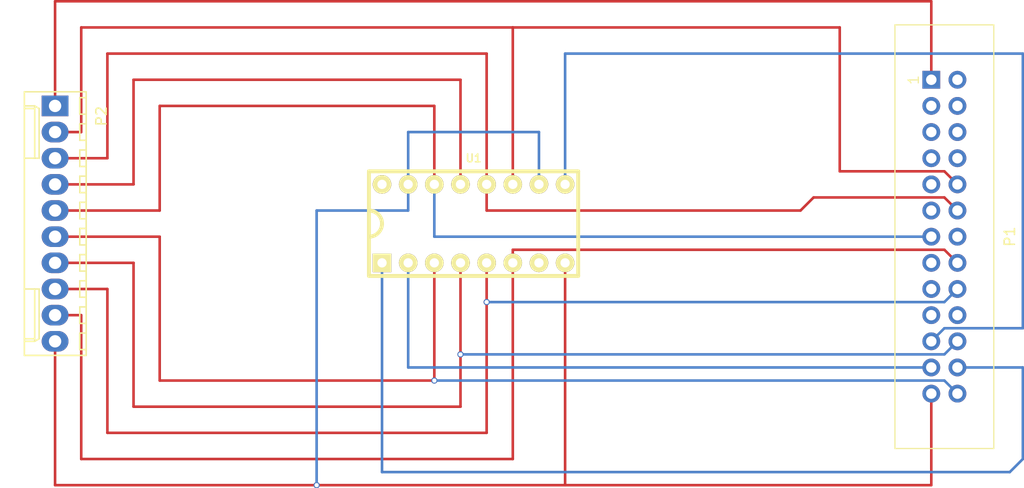
<source format=kicad_pcb>
(kicad_pcb (version 4) (host pcbnew 4.0.5-e0-6337~49~ubuntu16.04.1)

  (general
    (links 23)
    (no_connects 0)
    (area 0 0 0 0)
    (thickness 1.6)
    (drawings 0)
    (tracks 85)
    (zones 0)
    (modules 3)
    (nets 30)
  )

  (page A4)
  (layers
    (0 F.Cu signal)
    (31 B.Cu signal)
    (32 B.Adhes user)
    (33 F.Adhes user)
    (34 B.Paste user)
    (35 F.Paste user)
    (36 B.SilkS user)
    (37 F.SilkS user)
    (38 B.Mask user)
    (39 F.Mask user)
    (40 Dwgs.User user)
    (41 Cmts.User user)
    (42 Eco1.User user)
    (43 Eco2.User user)
    (44 Edge.Cuts user)
    (45 Margin user)
    (46 B.CrtYd user)
    (47 F.CrtYd user)
    (48 B.Fab user)
    (49 F.Fab user)
  )

  (setup
    (last_trace_width 0.25)
    (trace_clearance 0.2)
    (zone_clearance 0.508)
    (zone_45_only no)
    (trace_min 0.2)
    (segment_width 0.2)
    (edge_width 0.1)
    (via_size 0.6)
    (via_drill 0.4)
    (via_min_size 0.4)
    (via_min_drill 0.3)
    (uvia_size 0.3)
    (uvia_drill 0.1)
    (uvias_allowed no)
    (uvia_min_size 0.2)
    (uvia_min_drill 0.1)
    (pcb_text_width 0.3)
    (pcb_text_size 1.5 1.5)
    (mod_edge_width 0.15)
    (mod_text_size 1 1)
    (mod_text_width 0.15)
    (pad_size 1.5 1.5)
    (pad_drill 0.6)
    (pad_to_mask_clearance 0)
    (aux_axis_origin 0 0)
    (visible_elements FFFFFF7F)
    (pcbplotparams
      (layerselection 0x00030_80000001)
      (usegerberextensions false)
      (excludeedgelayer true)
      (linewidth 0.100000)
      (plotframeref false)
      (viasonmask false)
      (mode 1)
      (useauxorigin false)
      (hpglpennumber 1)
      (hpglpenspeed 20)
      (hpglpendiameter 15)
      (hpglpenoverlay 2)
      (psnegative false)
      (psa4output false)
      (plotreference true)
      (plotvalue true)
      (plotinvisibletext false)
      (padsonsilk false)
      (subtractmaskfromsilk false)
      (outputformat 1)
      (mirror false)
      (drillshape 1)
      (scaleselection 1)
      (outputdirectory ""))
  )

  (net 0 "")
  (net 1 GND)
  (net 2 "Net-(P1-Pad2)")
  (net 3 "Net-(P1-Pad3)")
  (net 4 "Net-(P1-Pad4)")
  (net 5 "Net-(P1-Pad5)")
  (net 6 "Net-(P1-Pad6)")
  (net 7 "Net-(P1-Pad7)")
  (net 8 "Net-(P1-Pad8)")
  (net 9 "Net-(P1-Pad9)")
  (net 10 "Net-(P1-Pad10)")
  (net 11 "Net-(P1-Pad11)")
  (net 12 "Net-(P1-Pad12)")
  (net 13 "Net-(P1-Pad13)")
  (net 14 "Net-(P1-Pad14)")
  (net 15 "Net-(P1-Pad15)")
  (net 16 "Net-(P1-Pad16)")
  (net 17 "Net-(P1-Pad17)")
  (net 18 "Net-(P1-Pad18)")
  (net 19 "Net-(P1-Pad19)")
  (net 20 "Net-(P1-Pad20)")
  (net 21 "Net-(P1-Pad21)")
  (net 22 "Net-(P1-Pad22)")
  (net 23 "Net-(P1-Pad23)")
  (net 24 "Net-(P1-Pad24)")
  (net 25 +3V3)
  (net 26 "Net-(P1-Pad26)")
  (net 27 "Net-(P2-Pad4)")
  (net 28 "Net-(U1-Pad7)")
  (net 29 VCC)

  (net_class Default "This is the default net class."
    (clearance 0.2)
    (trace_width 0.25)
    (via_dia 0.6)
    (via_drill 0.4)
    (uvia_dia 0.3)
    (uvia_drill 0.1)
    (add_net +3V3)
    (add_net GND)
    (add_net "Net-(P1-Pad10)")
    (add_net "Net-(P1-Pad11)")
    (add_net "Net-(P1-Pad12)")
    (add_net "Net-(P1-Pad13)")
    (add_net "Net-(P1-Pad14)")
    (add_net "Net-(P1-Pad15)")
    (add_net "Net-(P1-Pad16)")
    (add_net "Net-(P1-Pad17)")
    (add_net "Net-(P1-Pad18)")
    (add_net "Net-(P1-Pad19)")
    (add_net "Net-(P1-Pad2)")
    (add_net "Net-(P1-Pad20)")
    (add_net "Net-(P1-Pad21)")
    (add_net "Net-(P1-Pad22)")
    (add_net "Net-(P1-Pad23)")
    (add_net "Net-(P1-Pad24)")
    (add_net "Net-(P1-Pad26)")
    (add_net "Net-(P1-Pad3)")
    (add_net "Net-(P1-Pad4)")
    (add_net "Net-(P1-Pad5)")
    (add_net "Net-(P1-Pad6)")
    (add_net "Net-(P1-Pad7)")
    (add_net "Net-(P1-Pad8)")
    (add_net "Net-(P1-Pad9)")
    (add_net "Net-(P2-Pad4)")
    (add_net "Net-(U1-Pad7)")
    (add_net VCC)
  )

  (module Connect:IDC_Header_Straight_26pins (layer F.Cu) (tedit 0) (tstamp 58716D2A)
    (at 210.82 68.58 270)
    (descr "26 pins through hole IDC header")
    (tags "IDC header socket VASCH")
    (path /585C4A7F)
    (fp_text reference P1 (at 15.24 -7.62 270) (layer F.SilkS)
      (effects (font (size 1 1) (thickness 0.15)))
    )
    (fp_text value CONN_02X13 (at 15.24 5.223 270) (layer F.Fab)
      (effects (font (size 1 1) (thickness 0.15)))
    )
    (fp_line (start -5.08 -5.82) (end 35.56 -5.82) (layer F.Fab) (width 0.1))
    (fp_line (start -4.54 -5.27) (end 35 -5.27) (layer F.Fab) (width 0.1))
    (fp_line (start -5.08 3.28) (end 35.56 3.28) (layer F.Fab) (width 0.1))
    (fp_line (start -4.54 2.73) (end 12.99 2.73) (layer F.Fab) (width 0.1))
    (fp_line (start 17.49 2.73) (end 35 2.73) (layer F.Fab) (width 0.1))
    (fp_line (start 12.99 2.73) (end 12.99 3.28) (layer F.Fab) (width 0.1))
    (fp_line (start 17.49 2.73) (end 17.49 3.28) (layer F.Fab) (width 0.1))
    (fp_line (start -5.08 -5.82) (end -5.08 3.28) (layer F.Fab) (width 0.1))
    (fp_line (start -4.54 -5.27) (end -4.54 2.73) (layer F.Fab) (width 0.1))
    (fp_line (start 35.56 -5.82) (end 35.56 3.28) (layer F.Fab) (width 0.1))
    (fp_line (start 35 -5.27) (end 35 2.73) (layer F.Fab) (width 0.1))
    (fp_line (start -5.08 -5.82) (end -4.54 -5.27) (layer F.Fab) (width 0.1))
    (fp_line (start 35.56 -5.82) (end 35 -5.27) (layer F.Fab) (width 0.1))
    (fp_line (start -5.08 3.28) (end -4.54 2.73) (layer F.Fab) (width 0.1))
    (fp_line (start 35.56 3.28) (end 35 2.73) (layer F.Fab) (width 0.1))
    (fp_line (start -5.58 -6.32) (end 36.06 -6.32) (layer F.CrtYd) (width 0.05))
    (fp_line (start 36.06 -6.32) (end 36.06 3.78) (layer F.CrtYd) (width 0.05))
    (fp_line (start 36.06 3.78) (end -5.58 3.78) (layer F.CrtYd) (width 0.05))
    (fp_line (start -5.58 3.78) (end -5.58 -6.32) (layer F.CrtYd) (width 0.05))
    (fp_text user 1 (at 0.02 1.72 270) (layer F.SilkS)
      (effects (font (size 1 1) (thickness 0.12)))
    )
    (fp_line (start -5.33 -6.07) (end 35.81 -6.07) (layer F.SilkS) (width 0.12))
    (fp_line (start 35.81 -6.07) (end 35.81 3.53) (layer F.SilkS) (width 0.12))
    (fp_line (start 35.81 3.53) (end -5.33 3.53) (layer F.SilkS) (width 0.12))
    (fp_line (start -5.33 3.53) (end -5.33 -6.07) (layer F.SilkS) (width 0.12))
    (pad 1 thru_hole rect (at 0 0 270) (size 1.7272 1.7272) (drill 1.016) (layers *.Cu *.Mask)
      (net 25 +3V3))
    (pad 2 thru_hole oval (at 0 -2.54 270) (size 1.7272 1.7272) (drill 1.016) (layers *.Cu *.Mask)
      (net 2 "Net-(P1-Pad2)"))
    (pad 3 thru_hole oval (at 2.54 0 270) (size 1.7272 1.7272) (drill 1.016) (layers *.Cu *.Mask)
      (net 3 "Net-(P1-Pad3)"))
    (pad 4 thru_hole oval (at 2.54 -2.54 270) (size 1.7272 1.7272) (drill 1.016) (layers *.Cu *.Mask)
      (net 4 "Net-(P1-Pad4)"))
    (pad 5 thru_hole oval (at 5.08 0 270) (size 1.7272 1.7272) (drill 1.016) (layers *.Cu *.Mask)
      (net 5 "Net-(P1-Pad5)"))
    (pad 6 thru_hole oval (at 5.08 -2.54 270) (size 1.7272 1.7272) (drill 1.016) (layers *.Cu *.Mask)
      (net 6 "Net-(P1-Pad6)"))
    (pad 7 thru_hole oval (at 7.62 0 270) (size 1.7272 1.7272) (drill 1.016) (layers *.Cu *.Mask)
      (net 7 "Net-(P1-Pad7)"))
    (pad 8 thru_hole oval (at 7.62 -2.54 270) (size 1.7272 1.7272) (drill 1.016) (layers *.Cu *.Mask)
      (net 8 "Net-(P1-Pad8)"))
    (pad 9 thru_hole oval (at 10.16 0 270) (size 1.7272 1.7272) (drill 1.016) (layers *.Cu *.Mask)
      (net 9 "Net-(P1-Pad9)"))
    (pad 10 thru_hole oval (at 10.16 -2.54 270) (size 1.7272 1.7272) (drill 1.016) (layers *.Cu *.Mask)
      (net 10 "Net-(P1-Pad10)"))
    (pad 11 thru_hole oval (at 12.7 0 270) (size 1.7272 1.7272) (drill 1.016) (layers *.Cu *.Mask)
      (net 11 "Net-(P1-Pad11)"))
    (pad 12 thru_hole oval (at 12.7 -2.54 270) (size 1.7272 1.7272) (drill 1.016) (layers *.Cu *.Mask)
      (net 12 "Net-(P1-Pad12)"))
    (pad 13 thru_hole oval (at 15.24 0 270) (size 1.7272 1.7272) (drill 1.016) (layers *.Cu *.Mask)
      (net 13 "Net-(P1-Pad13)"))
    (pad 14 thru_hole oval (at 15.24 -2.54 270) (size 1.7272 1.7272) (drill 1.016) (layers *.Cu *.Mask)
      (net 14 "Net-(P1-Pad14)"))
    (pad 15 thru_hole oval (at 17.78 0 270) (size 1.7272 1.7272) (drill 1.016) (layers *.Cu *.Mask)
      (net 15 "Net-(P1-Pad15)"))
    (pad 16 thru_hole oval (at 17.78 -2.54 270) (size 1.7272 1.7272) (drill 1.016) (layers *.Cu *.Mask)
      (net 16 "Net-(P1-Pad16)"))
    (pad 17 thru_hole oval (at 20.32 0 270) (size 1.7272 1.7272) (drill 1.016) (layers *.Cu *.Mask)
      (net 17 "Net-(P1-Pad17)"))
    (pad 18 thru_hole oval (at 20.32 -2.54 270) (size 1.7272 1.7272) (drill 1.016) (layers *.Cu *.Mask)
      (net 18 "Net-(P1-Pad18)"))
    (pad 19 thru_hole oval (at 22.86 0 270) (size 1.7272 1.7272) (drill 1.016) (layers *.Cu *.Mask)
      (net 19 "Net-(P1-Pad19)"))
    (pad 20 thru_hole oval (at 22.86 -2.54 270) (size 1.7272 1.7272) (drill 1.016) (layers *.Cu *.Mask)
      (net 20 "Net-(P1-Pad20)"))
    (pad 21 thru_hole oval (at 25.4 0 270) (size 1.7272 1.7272) (drill 1.016) (layers *.Cu *.Mask)
      (net 21 "Net-(P1-Pad21)"))
    (pad 22 thru_hole oval (at 25.4 -2.54 270) (size 1.7272 1.7272) (drill 1.016) (layers *.Cu *.Mask)
      (net 22 "Net-(P1-Pad22)"))
    (pad 23 thru_hole oval (at 27.94 0 270) (size 1.7272 1.7272) (drill 1.016) (layers *.Cu *.Mask)
      (net 23 "Net-(P1-Pad23)"))
    (pad 24 thru_hole oval (at 27.94 -2.54 270) (size 1.7272 1.7272) (drill 1.016) (layers *.Cu *.Mask)
      (net 24 "Net-(P1-Pad24)"))
    (pad 25 thru_hole oval (at 30.48 0 270) (size 1.7272 1.7272) (drill 1.016) (layers *.Cu *.Mask)
      (net 1 GND))
    (pad 26 thru_hole oval (at 30.48 -2.54 270) (size 1.7272 1.7272) (drill 1.016) (layers *.Cu *.Mask)
      (net 26 "Net-(P1-Pad26)"))
  )

  (module Connectors_Molex:Molex_KK-6410-10_10x2.54mm_Straight (layer F.Cu) (tedit 56C6219D) (tstamp 58716D6C)
    (at 125.73 71.12 270)
    (descr "Connector Headers with Friction Lock, 22-27-2101, http://www.molex.com/pdm_docs/sd/022272021_sd.pdf")
    (tags "connector molex kk_6410 22-27-2101")
    (path /585C4A00)
    (fp_text reference P2 (at 1 -4.5 270) (layer F.SilkS)
      (effects (font (size 1 1) (thickness 0.15)))
    )
    (fp_text value CONN_01X10 (at 11.43 4.5 270) (layer F.Fab)
      (effects (font (size 1 1) (thickness 0.15)))
    )
    (fp_line (start -1.37 -3.02) (end -1.37 2.98) (layer F.SilkS) (width 0.15))
    (fp_line (start -1.37 2.98) (end 24.23 2.98) (layer F.SilkS) (width 0.15))
    (fp_line (start 24.23 2.98) (end 24.23 -3.02) (layer F.SilkS) (width 0.15))
    (fp_line (start 24.23 -3.02) (end -1.37 -3.02) (layer F.SilkS) (width 0.15))
    (fp_line (start 0 2.98) (end 0 1.98) (layer F.SilkS) (width 0.15))
    (fp_line (start 0 1.98) (end 5.08 1.98) (layer F.SilkS) (width 0.15))
    (fp_line (start 5.08 1.98) (end 5.08 2.98) (layer F.SilkS) (width 0.15))
    (fp_line (start 0 1.98) (end 0.25 1.55) (layer F.SilkS) (width 0.15))
    (fp_line (start 0.25 1.55) (end 5.08 1.55) (layer F.SilkS) (width 0.15))
    (fp_line (start 5.08 1.55) (end 5.08 1.98) (layer F.SilkS) (width 0.15))
    (fp_line (start 0.25 2.98) (end 0.25 1.98) (layer F.SilkS) (width 0.15))
    (fp_line (start 22.86 2.98) (end 22.86 1.98) (layer F.SilkS) (width 0.15))
    (fp_line (start 22.86 1.98) (end 17.78 1.98) (layer F.SilkS) (width 0.15))
    (fp_line (start 17.78 1.98) (end 17.78 2.98) (layer F.SilkS) (width 0.15))
    (fp_line (start 22.86 1.98) (end 22.61 1.55) (layer F.SilkS) (width 0.15))
    (fp_line (start 22.61 1.55) (end 17.78 1.55) (layer F.SilkS) (width 0.15))
    (fp_line (start 17.78 1.55) (end 17.78 1.98) (layer F.SilkS) (width 0.15))
    (fp_line (start 22.61 2.98) (end 22.61 1.98) (layer F.SilkS) (width 0.15))
    (fp_line (start -0.8 -3.02) (end -0.8 -2.4) (layer F.SilkS) (width 0.15))
    (fp_line (start -0.8 -2.4) (end 0.8 -2.4) (layer F.SilkS) (width 0.15))
    (fp_line (start 0.8 -2.4) (end 0.8 -3.02) (layer F.SilkS) (width 0.15))
    (fp_line (start 1.74 -3.02) (end 1.74 -2.4) (layer F.SilkS) (width 0.15))
    (fp_line (start 1.74 -2.4) (end 3.34 -2.4) (layer F.SilkS) (width 0.15))
    (fp_line (start 3.34 -2.4) (end 3.34 -3.02) (layer F.SilkS) (width 0.15))
    (fp_line (start 4.28 -3.02) (end 4.28 -2.4) (layer F.SilkS) (width 0.15))
    (fp_line (start 4.28 -2.4) (end 5.88 -2.4) (layer F.SilkS) (width 0.15))
    (fp_line (start 5.88 -2.4) (end 5.88 -3.02) (layer F.SilkS) (width 0.15))
    (fp_line (start 6.82 -3.02) (end 6.82 -2.4) (layer F.SilkS) (width 0.15))
    (fp_line (start 6.82 -2.4) (end 8.42 -2.4) (layer F.SilkS) (width 0.15))
    (fp_line (start 8.42 -2.4) (end 8.42 -3.02) (layer F.SilkS) (width 0.15))
    (fp_line (start 9.36 -3.02) (end 9.36 -2.4) (layer F.SilkS) (width 0.15))
    (fp_line (start 9.36 -2.4) (end 10.96 -2.4) (layer F.SilkS) (width 0.15))
    (fp_line (start 10.96 -2.4) (end 10.96 -3.02) (layer F.SilkS) (width 0.15))
    (fp_line (start 11.9 -3.02) (end 11.9 -2.4) (layer F.SilkS) (width 0.15))
    (fp_line (start 11.9 -2.4) (end 13.5 -2.4) (layer F.SilkS) (width 0.15))
    (fp_line (start 13.5 -2.4) (end 13.5 -3.02) (layer F.SilkS) (width 0.15))
    (fp_line (start 14.44 -3.02) (end 14.44 -2.4) (layer F.SilkS) (width 0.15))
    (fp_line (start 14.44 -2.4) (end 16.04 -2.4) (layer F.SilkS) (width 0.15))
    (fp_line (start 16.04 -2.4) (end 16.04 -3.02) (layer F.SilkS) (width 0.15))
    (fp_line (start 16.98 -3.02) (end 16.98 -2.4) (layer F.SilkS) (width 0.15))
    (fp_line (start 16.98 -2.4) (end 18.58 -2.4) (layer F.SilkS) (width 0.15))
    (fp_line (start 18.58 -2.4) (end 18.58 -3.02) (layer F.SilkS) (width 0.15))
    (fp_line (start 19.52 -3.02) (end 19.52 -2.4) (layer F.SilkS) (width 0.15))
    (fp_line (start 19.52 -2.4) (end 21.12 -2.4) (layer F.SilkS) (width 0.15))
    (fp_line (start 21.12 -2.4) (end 21.12 -3.02) (layer F.SilkS) (width 0.15))
    (fp_line (start 22.06 -3.02) (end 22.06 -2.4) (layer F.SilkS) (width 0.15))
    (fp_line (start 22.06 -2.4) (end 23.66 -2.4) (layer F.SilkS) (width 0.15))
    (fp_line (start 23.66 -2.4) (end 23.66 -3.02) (layer F.SilkS) (width 0.15))
    (fp_line (start -1.9 3.5) (end -1.9 -3.55) (layer F.CrtYd) (width 0.05))
    (fp_line (start -1.9 -3.55) (end 24.75 -3.55) (layer F.CrtYd) (width 0.05))
    (fp_line (start 24.75 -3.55) (end 24.75 3.5) (layer F.CrtYd) (width 0.05))
    (fp_line (start 24.75 3.5) (end -1.9 3.5) (layer F.CrtYd) (width 0.05))
    (pad 1 thru_hole rect (at 0 0 270) (size 2 2.6) (drill 1.2) (layers *.Cu *.Mask)
      (net 25 +3V3))
    (pad 2 thru_hole oval (at 2.54 0 270) (size 2 2.6) (drill 1.2) (layers *.Cu *.Mask)
      (net 10 "Net-(P1-Pad10)"))
    (pad 3 thru_hole oval (at 5.08 0 270) (size 2 2.6) (drill 1.2) (layers *.Cu *.Mask)
      (net 12 "Net-(P1-Pad12)"))
    (pad 4 thru_hole oval (at 7.62 0 270) (size 2 2.6) (drill 1.2) (layers *.Cu *.Mask)
      (net 27 "Net-(P2-Pad4)"))
    (pad 5 thru_hole oval (at 10.16 0 270) (size 2 2.6) (drill 1.2) (layers *.Cu *.Mask)
      (net 13 "Net-(P1-Pad13)"))
    (pad 6 thru_hole oval (at 12.7 0 270) (size 2 2.6) (drill 1.2) (layers *.Cu *.Mask)
      (net 26 "Net-(P1-Pad26)"))
    (pad 7 thru_hole oval (at 15.24 0 270) (size 2 2.6) (drill 1.2) (layers *.Cu *.Mask)
      (net 22 "Net-(P1-Pad22)"))
    (pad 8 thru_hole oval (at 17.78 0 270) (size 2 2.6) (drill 1.2) (layers *.Cu *.Mask)
      (net 18 "Net-(P1-Pad18)"))
    (pad 9 thru_hole oval (at 20.32 0 270) (size 2 2.6) (drill 1.2) (layers *.Cu *.Mask)
      (net 16 "Net-(P1-Pad16)"))
    (pad 10 thru_hole oval (at 22.86 0 270) (size 2 2.6) (drill 1.2) (layers *.Cu *.Mask)
      (net 1 GND))
  )

  (module dip:DIP16 (layer F.Cu) (tedit 0) (tstamp 58716D86)
    (at 166.37 82.55)
    (path /585C4865)
    (fp_text reference U1 (at 0 -6.35) (layer F.SilkS)
      (effects (font (size 0.762 0.762) (thickness 0.1524)))
    )
    (fp_text value 74LS165 (at 0 0) (layer F.SilkS) hide
      (effects (font (size 0.762 0.762) (thickness 0.1524)))
    )
    (fp_arc (start -10.16 0) (end -10.16 -1.27) (angle 90) (layer F.SilkS) (width 0.381))
    (fp_arc (start -10.16 0) (end -8.89 0) (angle 90) (layer F.SilkS) (width 0.381))
    (fp_line (start -10.16 -5.08) (end -10.16 5.08) (layer F.SilkS) (width 0.381))
    (fp_line (start -10.16 5.08) (end 10.16 5.08) (layer F.SilkS) (width 0.381))
    (fp_line (start 10.16 5.08) (end 10.16 -5.08) (layer F.SilkS) (width 0.381))
    (fp_line (start 10.16 -5.08) (end -10.16 -5.08) (layer F.SilkS) (width 0.381))
    (pad 1 thru_hole rect (at -8.89 3.81) (size 1.8 1.8) (drill 0.9) (layers *.Cu *.Mask F.SilkS)
      (net 24 "Net-(P1-Pad24)"))
    (pad 2 thru_hole circle (at -6.35 3.81) (size 1.8 1.8) (drill 0.9) (layers *.Cu *.Mask F.SilkS)
      (net 23 "Net-(P1-Pad23)"))
    (pad 4 thru_hole circle (at -1.27 3.81) (size 1.8 1.8) (drill 0.9) (layers *.Cu *.Mask F.SilkS)
      (net 22 "Net-(P1-Pad22)"))
    (pad 5 thru_hole circle (at 1.27 3.81) (size 1.8 1.8) (drill 0.9) (layers *.Cu *.Mask F.SilkS)
      (net 18 "Net-(P1-Pad18)"))
    (pad 6 thru_hole circle (at 3.81 3.81) (size 1.8 1.8) (drill 0.9) (layers *.Cu *.Mask F.SilkS)
      (net 16 "Net-(P1-Pad16)"))
    (pad 7 thru_hole circle (at 6.35 3.81) (size 1.8 1.8) (drill 0.9) (layers *.Cu *.Mask F.SilkS)
      (net 28 "Net-(U1-Pad7)"))
    (pad 8 thru_hole circle (at 8.89 3.81) (size 1.8 1.8) (drill 0.9) (layers *.Cu *.Mask F.SilkS)
      (net 1 GND))
    (pad 9 thru_hole circle (at 8.89 -3.81) (size 1.8 1.8) (drill 0.9) (layers *.Cu *.Mask F.SilkS)
      (net 21 "Net-(P1-Pad21)"))
    (pad 10 thru_hole circle (at 6.35 -3.81) (size 1.8 1.8) (drill 0.9) (layers *.Cu *.Mask F.SilkS)
      (net 1 GND))
    (pad 11 thru_hole circle (at 3.81 -3.81) (size 1.8 1.8) (drill 0.9) (layers *.Cu *.Mask F.SilkS)
      (net 10 "Net-(P1-Pad10)"))
    (pad 12 thru_hole circle (at 1.27 -3.81) (size 1.8 1.8) (drill 0.9) (layers *.Cu *.Mask F.SilkS)
      (net 12 "Net-(P1-Pad12)"))
    (pad 13 thru_hole circle (at -1.27 -3.81) (size 1.8 1.8) (drill 0.9) (layers *.Cu *.Mask F.SilkS)
      (net 27 "Net-(P2-Pad4)"))
    (pad 14 thru_hole circle (at -3.81 -3.81) (size 1.8 1.8) (drill 0.9) (layers *.Cu *.Mask F.SilkS)
      (net 13 "Net-(P1-Pad13)"))
    (pad 15 thru_hole circle (at -6.35 -3.81) (size 1.8 1.8) (drill 0.9) (layers *.Cu *.Mask F.SilkS)
      (net 1 GND))
    (pad 16 thru_hole circle (at -8.89 -3.81) (size 1.8 1.8) (drill 0.9) (layers *.Cu *.Mask F.SilkS)
      (net 29 VCC))
    (pad 3 thru_hole circle (at -3.81 3.81) (size 1.8 1.8) (drill 0.9) (layers *.Cu *.Mask F.SilkS)
      (net 26 "Net-(P1-Pad26)"))
  )

  (segment (start 160.02 78.74) (end 160.02 73.66) (width 0.25) (layer B.Cu) (net 1))
  (segment (start 172.72 73.66) (end 172.72 78.74) (width 0.25) (layer B.Cu) (net 1) (tstamp 58717E3F))
  (segment (start 160.02 73.66) (end 172.72 73.66) (width 0.25) (layer B.Cu) (net 1) (tstamp 58717E3D))
  (segment (start 160.02 78.74) (end 160.02 81.28) (width 0.25) (layer B.Cu) (net 1))
  (via (at 151.13 107.95) (size 0.6) (drill 0.4) (layers F.Cu B.Cu) (net 1))
  (segment (start 151.13 81.28) (end 151.13 107.95) (width 0.25) (layer B.Cu) (net 1) (tstamp 58717E1D))
  (segment (start 160.02 81.28) (end 151.13 81.28) (width 0.25) (layer B.Cu) (net 1) (tstamp 58717E18))
  (segment (start 175.26 86.36) (end 175.26 107.95) (width 0.25) (layer F.Cu) (net 1))
  (segment (start 210.82 99.06) (end 210.82 107.95) (width 0.25) (layer F.Cu) (net 1))
  (segment (start 125.73 107.95) (end 125.73 93.98) (width 0.25) (layer F.Cu) (net 1) (tstamp 587172A1))
  (segment (start 210.82 107.95) (end 175.26 107.95) (width 0.25) (layer F.Cu) (net 1) (tstamp 587172A0))
  (segment (start 175.26 107.95) (end 151.13 107.95) (width 0.25) (layer F.Cu) (net 1) (tstamp 587172A7))
  (segment (start 151.13 107.95) (end 125.73 107.95) (width 0.25) (layer F.Cu) (net 1) (tstamp 58717E28))
  (segment (start 213.36 78.74) (end 212.09 77.47) (width 0.25) (layer F.Cu) (net 10))
  (segment (start 201.93 63.5) (end 170.18 63.5) (width 0.25) (layer F.Cu) (net 10) (tstamp 58717342))
  (segment (start 201.93 77.47) (end 201.93 63.5) (width 0.25) (layer F.Cu) (net 10) (tstamp 5871733C))
  (segment (start 212.09 77.47) (end 201.93 77.47) (width 0.25) (layer F.Cu) (net 10) (tstamp 5871733A))
  (segment (start 125.73 73.66) (end 128.27 73.66) (width 0.25) (layer F.Cu) (net 10))
  (segment (start 170.18 63.5) (end 170.18 78.74) (width 0.25) (layer F.Cu) (net 10) (tstamp 587172AB))
  (segment (start 128.27 63.5) (end 170.18 63.5) (width 0.25) (layer F.Cu) (net 10) (tstamp 587172AA))
  (segment (start 128.27 73.66) (end 128.27 63.5) (width 0.25) (layer F.Cu) (net 10) (tstamp 587172A9))
  (segment (start 213.36 81.28) (end 212.09 80.01) (width 0.25) (layer F.Cu) (net 12))
  (segment (start 167.64 81.28) (end 167.64 78.74) (width 0.25) (layer F.Cu) (net 12) (tstamp 58717375))
  (segment (start 198.12 81.28) (end 167.64 81.28) (width 0.25) (layer F.Cu) (net 12) (tstamp 5871735C))
  (segment (start 199.39 80.01) (end 198.12 81.28) (width 0.25) (layer F.Cu) (net 12) (tstamp 58717359))
  (segment (start 212.09 80.01) (end 199.39 80.01) (width 0.25) (layer F.Cu) (net 12) (tstamp 58717357))
  (segment (start 125.73 76.2) (end 130.81 76.2) (width 0.25) (layer F.Cu) (net 12))
  (segment (start 167.64 66.04) (end 167.64 78.74) (width 0.25) (layer F.Cu) (net 12) (tstamp 587172B0))
  (segment (start 130.81 66.04) (end 167.64 66.04) (width 0.25) (layer F.Cu) (net 12) (tstamp 587172AF))
  (segment (start 130.81 76.2) (end 130.81 66.04) (width 0.25) (layer F.Cu) (net 12) (tstamp 587172AE))
  (segment (start 210.82 83.82) (end 162.56 83.82) (width 0.25) (layer B.Cu) (net 13))
  (segment (start 162.56 83.82) (end 162.56 78.74) (width 0.25) (layer B.Cu) (net 13) (tstamp 5871747E))
  (segment (start 125.73 81.28) (end 135.89 81.28) (width 0.25) (layer F.Cu) (net 13))
  (segment (start 162.56 71.12) (end 162.56 78.74) (width 0.25) (layer F.Cu) (net 13) (tstamp 587172BD))
  (segment (start 135.89 71.12) (end 162.56 71.12) (width 0.25) (layer F.Cu) (net 13) (tstamp 587172BC))
  (segment (start 135.89 81.28) (end 135.89 71.12) (width 0.25) (layer F.Cu) (net 13) (tstamp 587172BB))
  (segment (start 213.36 86.36) (end 212.09 85.09) (width 0.25) (layer F.Cu) (net 16))
  (segment (start 170.18 85.09) (end 170.18 86.36) (width 0.25) (layer F.Cu) (net 16) (tstamp 58717423))
  (segment (start 212.09 85.09) (end 170.18 85.09) (width 0.25) (layer F.Cu) (net 16) (tstamp 58717421))
  (segment (start 125.73 91.44) (end 128.27 91.44) (width 0.25) (layer F.Cu) (net 16))
  (segment (start 170.18 105.41) (end 170.18 86.36) (width 0.25) (layer F.Cu) (net 16) (tstamp 587172C2))
  (segment (start 128.27 105.41) (end 170.18 105.41) (width 0.25) (layer F.Cu) (net 16) (tstamp 587172C1))
  (segment (start 128.27 91.44) (end 128.27 105.41) (width 0.25) (layer F.Cu) (net 16) (tstamp 587172C0))
  (via (at 167.64 90.17) (size 0.6) (drill 0.4) (layers F.Cu B.Cu) (net 18))
  (segment (start 213.36 88.9) (end 212.09 90.17) (width 0.25) (layer B.Cu) (net 18))
  (segment (start 212.09 90.17) (end 167.64 90.17) (width 0.25) (layer B.Cu) (net 18) (tstamp 587175DC))
  (segment (start 125.73 88.9) (end 130.81 88.9) (width 0.25) (layer F.Cu) (net 18))
  (segment (start 167.64 102.87) (end 167.64 90.17) (width 0.25) (layer F.Cu) (net 18) (tstamp 587172C7))
  (segment (start 167.64 90.17) (end 167.64 86.36) (width 0.25) (layer F.Cu) (net 18) (tstamp 58717AEF))
  (segment (start 130.81 102.87) (end 167.64 102.87) (width 0.25) (layer F.Cu) (net 18) (tstamp 587172C6))
  (segment (start 130.81 88.9) (end 130.81 102.87) (width 0.25) (layer F.Cu) (net 18) (tstamp 587172C5))
  (segment (start 210.82 93.98) (end 212.09 92.71) (width 0.25) (layer B.Cu) (net 21))
  (segment (start 175.26 66.04) (end 175.26 78.74) (width 0.25) (layer B.Cu) (net 21) (tstamp 587175CD))
  (segment (start 219.71 66.04) (end 175.26 66.04) (width 0.25) (layer B.Cu) (net 21) (tstamp 587175C8))
  (segment (start 219.71 92.71) (end 219.71 66.04) (width 0.25) (layer B.Cu) (net 21) (tstamp 587175C4))
  (segment (start 212.09 92.71) (end 219.71 92.71) (width 0.25) (layer B.Cu) (net 21) (tstamp 587175C1))
  (via (at 165.1 95.25) (size 0.6) (drill 0.4) (layers F.Cu B.Cu) (net 22))
  (segment (start 213.36 93.98) (end 212.09 95.25) (width 0.25) (layer B.Cu) (net 22))
  (segment (start 212.09 95.25) (end 165.1 95.25) (width 0.25) (layer B.Cu) (net 22) (tstamp 587175B2))
  (segment (start 125.73 86.36) (end 133.35 86.36) (width 0.25) (layer F.Cu) (net 22))
  (segment (start 165.1 100.33) (end 165.1 95.25) (width 0.25) (layer F.Cu) (net 22) (tstamp 587172D3))
  (segment (start 165.1 95.25) (end 165.1 86.36) (width 0.25) (layer F.Cu) (net 22) (tstamp 58717ADC))
  (segment (start 133.35 100.33) (end 165.1 100.33) (width 0.25) (layer F.Cu) (net 22) (tstamp 587172D1))
  (segment (start 133.35 86.36) (end 133.35 100.33) (width 0.25) (layer F.Cu) (net 22) (tstamp 587172CD))
  (segment (start 210.82 96.52) (end 160.02 96.52) (width 0.25) (layer B.Cu) (net 23))
  (segment (start 160.02 96.52) (end 160.02 86.36) (width 0.25) (layer B.Cu) (net 23) (tstamp 587174D0))
  (segment (start 213.36 96.52) (end 219.71 96.52) (width 0.25) (layer B.Cu) (net 24))
  (segment (start 157.48 106.68) (end 157.48 86.36) (width 0.25) (layer B.Cu) (net 24) (tstamp 5871750E))
  (segment (start 218.44 106.68) (end 157.48 106.68) (width 0.25) (layer B.Cu) (net 24) (tstamp 58717506))
  (segment (start 219.71 105.41) (end 218.44 106.68) (width 0.25) (layer B.Cu) (net 24) (tstamp 58717503))
  (segment (start 219.71 96.52) (end 219.71 105.41) (width 0.25) (layer B.Cu) (net 24) (tstamp 587174FC))
  (segment (start 210.82 68.58) (end 210.82 60.96) (width 0.25) (layer F.Cu) (net 25))
  (segment (start 125.73 60.96) (end 125.73 71.12) (width 0.25) (layer F.Cu) (net 25) (tstamp 5871729D))
  (segment (start 210.82 60.96) (end 125.73 60.96) (width 0.25) (layer F.Cu) (net 25) (tstamp 5871729C))
  (via (at 162.56 97.79) (size 0.6) (drill 0.4) (layers F.Cu B.Cu) (net 26))
  (segment (start 213.36 99.06) (end 212.09 97.79) (width 0.25) (layer B.Cu) (net 26))
  (segment (start 212.09 97.79) (end 162.56 97.79) (width 0.25) (layer B.Cu) (net 26) (tstamp 5871762A))
  (segment (start 125.73 83.82) (end 135.89 83.82) (width 0.25) (layer F.Cu) (net 26))
  (segment (start 162.56 97.79) (end 162.56 86.36) (width 0.25) (layer F.Cu) (net 26) (tstamp 587172E1))
  (segment (start 135.89 97.79) (end 162.56 97.79) (width 0.25) (layer F.Cu) (net 26) (tstamp 587172DE))
  (segment (start 135.89 83.82) (end 135.89 97.79) (width 0.25) (layer F.Cu) (net 26) (tstamp 587172DB))
  (segment (start 125.73 78.74) (end 133.35 78.74) (width 0.25) (layer F.Cu) (net 27))
  (segment (start 165.1 68.58) (end 165.1 78.74) (width 0.25) (layer F.Cu) (net 27) (tstamp 587172B8))
  (segment (start 133.35 68.58) (end 165.1 68.58) (width 0.25) (layer F.Cu) (net 27) (tstamp 587172B7))
  (segment (start 133.35 78.74) (end 133.35 68.58) (width 0.25) (layer F.Cu) (net 27) (tstamp 587172B6))

)

</source>
